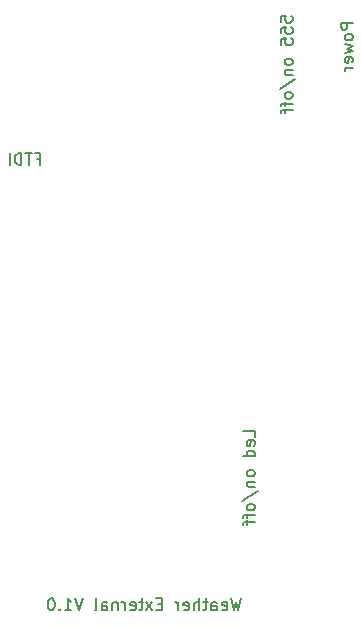
<source format=gbr>
%TF.GenerationSoftware,KiCad,Pcbnew,(5.1.6-0-10_14)*%
%TF.CreationDate,2020-10-03T22:08:30-04:00*%
%TF.ProjectId,weather_external,77656174-6865-4725-9f65-787465726e61,rev?*%
%TF.SameCoordinates,Original*%
%TF.FileFunction,Legend,Bot*%
%TF.FilePolarity,Positive*%
%FSLAX46Y46*%
G04 Gerber Fmt 4.6, Leading zero omitted, Abs format (unit mm)*
G04 Created by KiCad (PCBNEW (5.1.6-0-10_14)) date 2020-10-03 22:08:30*
%MOMM*%
%LPD*%
G01*
G04 APERTURE LIST*
%ADD10C,0.150000*%
G04 APERTURE END LIST*
D10*
X157652380Y-95295238D02*
X157652380Y-94819047D01*
X156652380Y-94819047D01*
X157604761Y-96009523D02*
X157652380Y-95914285D01*
X157652380Y-95723809D01*
X157604761Y-95628571D01*
X157509523Y-95580952D01*
X157128571Y-95580952D01*
X157033333Y-95628571D01*
X156985714Y-95723809D01*
X156985714Y-95914285D01*
X157033333Y-96009523D01*
X157128571Y-96057142D01*
X157223809Y-96057142D01*
X157319047Y-95580952D01*
X157652380Y-96914285D02*
X156652380Y-96914285D01*
X157604761Y-96914285D02*
X157652380Y-96819047D01*
X157652380Y-96628571D01*
X157604761Y-96533333D01*
X157557142Y-96485714D01*
X157461904Y-96438095D01*
X157176190Y-96438095D01*
X157080952Y-96485714D01*
X157033333Y-96533333D01*
X156985714Y-96628571D01*
X156985714Y-96819047D01*
X157033333Y-96914285D01*
X157652380Y-98295238D02*
X157604761Y-98200000D01*
X157557142Y-98152380D01*
X157461904Y-98104761D01*
X157176190Y-98104761D01*
X157080952Y-98152380D01*
X157033333Y-98200000D01*
X156985714Y-98295238D01*
X156985714Y-98438095D01*
X157033333Y-98533333D01*
X157080952Y-98580952D01*
X157176190Y-98628571D01*
X157461904Y-98628571D01*
X157557142Y-98580952D01*
X157604761Y-98533333D01*
X157652380Y-98438095D01*
X157652380Y-98295238D01*
X156985714Y-99057142D02*
X157652380Y-99057142D01*
X157080952Y-99057142D02*
X157033333Y-99104761D01*
X156985714Y-99200000D01*
X156985714Y-99342857D01*
X157033333Y-99438095D01*
X157128571Y-99485714D01*
X157652380Y-99485714D01*
X156604761Y-100676190D02*
X157890476Y-99819047D01*
X157652380Y-101152380D02*
X157604761Y-101057142D01*
X157557142Y-101009523D01*
X157461904Y-100961904D01*
X157176190Y-100961904D01*
X157080952Y-101009523D01*
X157033333Y-101057142D01*
X156985714Y-101152380D01*
X156985714Y-101295238D01*
X157033333Y-101390476D01*
X157080952Y-101438095D01*
X157176190Y-101485714D01*
X157461904Y-101485714D01*
X157557142Y-101438095D01*
X157604761Y-101390476D01*
X157652380Y-101295238D01*
X157652380Y-101152380D01*
X156985714Y-101771428D02*
X156985714Y-102152380D01*
X157652380Y-101914285D02*
X156795238Y-101914285D01*
X156700000Y-101961904D01*
X156652380Y-102057142D01*
X156652380Y-102152380D01*
X156985714Y-102342857D02*
X156985714Y-102723809D01*
X157652380Y-102485714D02*
X156795238Y-102485714D01*
X156700000Y-102533333D01*
X156652380Y-102628571D01*
X156652380Y-102723809D01*
X139176190Y-71728571D02*
X139509523Y-71728571D01*
X139509523Y-72252380D02*
X139509523Y-71252380D01*
X139033333Y-71252380D01*
X138795238Y-71252380D02*
X138223809Y-71252380D01*
X138509523Y-72252380D02*
X138509523Y-71252380D01*
X137890476Y-72252380D02*
X137890476Y-71252380D01*
X137652380Y-71252380D01*
X137509523Y-71300000D01*
X137414285Y-71395238D01*
X137366666Y-71490476D01*
X137319047Y-71680952D01*
X137319047Y-71823809D01*
X137366666Y-72014285D01*
X137414285Y-72109523D01*
X137509523Y-72204761D01*
X137652380Y-72252380D01*
X137890476Y-72252380D01*
X136890476Y-72252380D02*
X136890476Y-71252380D01*
X165952380Y-60223809D02*
X164952380Y-60223809D01*
X164952380Y-60604761D01*
X165000000Y-60700000D01*
X165047619Y-60747619D01*
X165142857Y-60795238D01*
X165285714Y-60795238D01*
X165380952Y-60747619D01*
X165428571Y-60700000D01*
X165476190Y-60604761D01*
X165476190Y-60223809D01*
X165952380Y-61366666D02*
X165904761Y-61271428D01*
X165857142Y-61223809D01*
X165761904Y-61176190D01*
X165476190Y-61176190D01*
X165380952Y-61223809D01*
X165333333Y-61271428D01*
X165285714Y-61366666D01*
X165285714Y-61509523D01*
X165333333Y-61604761D01*
X165380952Y-61652380D01*
X165476190Y-61700000D01*
X165761904Y-61700000D01*
X165857142Y-61652380D01*
X165904761Y-61604761D01*
X165952380Y-61509523D01*
X165952380Y-61366666D01*
X165285714Y-62033333D02*
X165952380Y-62223809D01*
X165476190Y-62414285D01*
X165952380Y-62604761D01*
X165285714Y-62795238D01*
X165904761Y-63557142D02*
X165952380Y-63461904D01*
X165952380Y-63271428D01*
X165904761Y-63176190D01*
X165809523Y-63128571D01*
X165428571Y-63128571D01*
X165333333Y-63176190D01*
X165285714Y-63271428D01*
X165285714Y-63461904D01*
X165333333Y-63557142D01*
X165428571Y-63604761D01*
X165523809Y-63604761D01*
X165619047Y-63128571D01*
X165952380Y-64033333D02*
X165285714Y-64033333D01*
X165476190Y-64033333D02*
X165380952Y-64080952D01*
X165333333Y-64128571D01*
X165285714Y-64223809D01*
X165285714Y-64319047D01*
X159852380Y-60152380D02*
X159852380Y-59676190D01*
X160328571Y-59628571D01*
X160280952Y-59676190D01*
X160233333Y-59771428D01*
X160233333Y-60009523D01*
X160280952Y-60104761D01*
X160328571Y-60152380D01*
X160423809Y-60200000D01*
X160661904Y-60200000D01*
X160757142Y-60152380D01*
X160804761Y-60104761D01*
X160852380Y-60009523D01*
X160852380Y-59771428D01*
X160804761Y-59676190D01*
X160757142Y-59628571D01*
X159852380Y-61104761D02*
X159852380Y-60628571D01*
X160328571Y-60580952D01*
X160280952Y-60628571D01*
X160233333Y-60723809D01*
X160233333Y-60961904D01*
X160280952Y-61057142D01*
X160328571Y-61104761D01*
X160423809Y-61152380D01*
X160661904Y-61152380D01*
X160757142Y-61104761D01*
X160804761Y-61057142D01*
X160852380Y-60961904D01*
X160852380Y-60723809D01*
X160804761Y-60628571D01*
X160757142Y-60580952D01*
X159852380Y-62057142D02*
X159852380Y-61580952D01*
X160328571Y-61533333D01*
X160280952Y-61580952D01*
X160233333Y-61676190D01*
X160233333Y-61914285D01*
X160280952Y-62009523D01*
X160328571Y-62057142D01*
X160423809Y-62104761D01*
X160661904Y-62104761D01*
X160757142Y-62057142D01*
X160804761Y-62009523D01*
X160852380Y-61914285D01*
X160852380Y-61676190D01*
X160804761Y-61580952D01*
X160757142Y-61533333D01*
X160852380Y-63438095D02*
X160804761Y-63342857D01*
X160757142Y-63295238D01*
X160661904Y-63247619D01*
X160376190Y-63247619D01*
X160280952Y-63295238D01*
X160233333Y-63342857D01*
X160185714Y-63438095D01*
X160185714Y-63580952D01*
X160233333Y-63676190D01*
X160280952Y-63723809D01*
X160376190Y-63771428D01*
X160661904Y-63771428D01*
X160757142Y-63723809D01*
X160804761Y-63676190D01*
X160852380Y-63580952D01*
X160852380Y-63438095D01*
X160185714Y-64200000D02*
X160852380Y-64200000D01*
X160280952Y-64200000D02*
X160233333Y-64247619D01*
X160185714Y-64342857D01*
X160185714Y-64485714D01*
X160233333Y-64580952D01*
X160328571Y-64628571D01*
X160852380Y-64628571D01*
X159804761Y-65819047D02*
X161090476Y-64961904D01*
X160852380Y-66295238D02*
X160804761Y-66200000D01*
X160757142Y-66152380D01*
X160661904Y-66104761D01*
X160376190Y-66104761D01*
X160280952Y-66152380D01*
X160233333Y-66200000D01*
X160185714Y-66295238D01*
X160185714Y-66438095D01*
X160233333Y-66533333D01*
X160280952Y-66580952D01*
X160376190Y-66628571D01*
X160661904Y-66628571D01*
X160757142Y-66580952D01*
X160804761Y-66533333D01*
X160852380Y-66438095D01*
X160852380Y-66295238D01*
X160185714Y-66914285D02*
X160185714Y-67295238D01*
X160852380Y-67057142D02*
X159995238Y-67057142D01*
X159900000Y-67104761D01*
X159852380Y-67200000D01*
X159852380Y-67295238D01*
X160185714Y-67485714D02*
X160185714Y-67866666D01*
X160852380Y-67628571D02*
X159995238Y-67628571D01*
X159900000Y-67676190D01*
X159852380Y-67771428D01*
X159852380Y-67866666D01*
X156514285Y-108952380D02*
X156276190Y-109952380D01*
X156085714Y-109238095D01*
X155895238Y-109952380D01*
X155657142Y-108952380D01*
X154895238Y-109904761D02*
X154990476Y-109952380D01*
X155180952Y-109952380D01*
X155276190Y-109904761D01*
X155323809Y-109809523D01*
X155323809Y-109428571D01*
X155276190Y-109333333D01*
X155180952Y-109285714D01*
X154990476Y-109285714D01*
X154895238Y-109333333D01*
X154847619Y-109428571D01*
X154847619Y-109523809D01*
X155323809Y-109619047D01*
X153990476Y-109952380D02*
X153990476Y-109428571D01*
X154038095Y-109333333D01*
X154133333Y-109285714D01*
X154323809Y-109285714D01*
X154419047Y-109333333D01*
X153990476Y-109904761D02*
X154085714Y-109952380D01*
X154323809Y-109952380D01*
X154419047Y-109904761D01*
X154466666Y-109809523D01*
X154466666Y-109714285D01*
X154419047Y-109619047D01*
X154323809Y-109571428D01*
X154085714Y-109571428D01*
X153990476Y-109523809D01*
X153657142Y-109285714D02*
X153276190Y-109285714D01*
X153514285Y-108952380D02*
X153514285Y-109809523D01*
X153466666Y-109904761D01*
X153371428Y-109952380D01*
X153276190Y-109952380D01*
X152942857Y-109952380D02*
X152942857Y-108952380D01*
X152514285Y-109952380D02*
X152514285Y-109428571D01*
X152561904Y-109333333D01*
X152657142Y-109285714D01*
X152800000Y-109285714D01*
X152895238Y-109333333D01*
X152942857Y-109380952D01*
X151657142Y-109904761D02*
X151752380Y-109952380D01*
X151942857Y-109952380D01*
X152038095Y-109904761D01*
X152085714Y-109809523D01*
X152085714Y-109428571D01*
X152038095Y-109333333D01*
X151942857Y-109285714D01*
X151752380Y-109285714D01*
X151657142Y-109333333D01*
X151609523Y-109428571D01*
X151609523Y-109523809D01*
X152085714Y-109619047D01*
X151180952Y-109952380D02*
X151180952Y-109285714D01*
X151180952Y-109476190D02*
X151133333Y-109380952D01*
X151085714Y-109333333D01*
X150990476Y-109285714D01*
X150895238Y-109285714D01*
X149800000Y-109428571D02*
X149466666Y-109428571D01*
X149323809Y-109952380D02*
X149800000Y-109952380D01*
X149800000Y-108952380D01*
X149323809Y-108952380D01*
X148990476Y-109952380D02*
X148466666Y-109285714D01*
X148990476Y-109285714D02*
X148466666Y-109952380D01*
X148228571Y-109285714D02*
X147847619Y-109285714D01*
X148085714Y-108952380D02*
X148085714Y-109809523D01*
X148038095Y-109904761D01*
X147942857Y-109952380D01*
X147847619Y-109952380D01*
X147133333Y-109904761D02*
X147228571Y-109952380D01*
X147419047Y-109952380D01*
X147514285Y-109904761D01*
X147561904Y-109809523D01*
X147561904Y-109428571D01*
X147514285Y-109333333D01*
X147419047Y-109285714D01*
X147228571Y-109285714D01*
X147133333Y-109333333D01*
X147085714Y-109428571D01*
X147085714Y-109523809D01*
X147561904Y-109619047D01*
X146657142Y-109952380D02*
X146657142Y-109285714D01*
X146657142Y-109476190D02*
X146609523Y-109380952D01*
X146561904Y-109333333D01*
X146466666Y-109285714D01*
X146371428Y-109285714D01*
X146038095Y-109285714D02*
X146038095Y-109952380D01*
X146038095Y-109380952D02*
X145990476Y-109333333D01*
X145895238Y-109285714D01*
X145752380Y-109285714D01*
X145657142Y-109333333D01*
X145609523Y-109428571D01*
X145609523Y-109952380D01*
X144704761Y-109952380D02*
X144704761Y-109428571D01*
X144752380Y-109333333D01*
X144847619Y-109285714D01*
X145038095Y-109285714D01*
X145133333Y-109333333D01*
X144704761Y-109904761D02*
X144800000Y-109952380D01*
X145038095Y-109952380D01*
X145133333Y-109904761D01*
X145180952Y-109809523D01*
X145180952Y-109714285D01*
X145133333Y-109619047D01*
X145038095Y-109571428D01*
X144800000Y-109571428D01*
X144704761Y-109523809D01*
X144085714Y-109952380D02*
X144180952Y-109904761D01*
X144228571Y-109809523D01*
X144228571Y-108952380D01*
X143085714Y-108952380D02*
X142752380Y-109952380D01*
X142419047Y-108952380D01*
X141561904Y-109952380D02*
X142133333Y-109952380D01*
X141847619Y-109952380D02*
X141847619Y-108952380D01*
X141942857Y-109095238D01*
X142038095Y-109190476D01*
X142133333Y-109238095D01*
X141133333Y-109857142D02*
X141085714Y-109904761D01*
X141133333Y-109952380D01*
X141180952Y-109904761D01*
X141133333Y-109857142D01*
X141133333Y-109952380D01*
X140466666Y-108952380D02*
X140371428Y-108952380D01*
X140276190Y-109000000D01*
X140228571Y-109047619D01*
X140180952Y-109142857D01*
X140133333Y-109333333D01*
X140133333Y-109571428D01*
X140180952Y-109761904D01*
X140228571Y-109857142D01*
X140276190Y-109904761D01*
X140371428Y-109952380D01*
X140466666Y-109952380D01*
X140561904Y-109904761D01*
X140609523Y-109857142D01*
X140657142Y-109761904D01*
X140704761Y-109571428D01*
X140704761Y-109333333D01*
X140657142Y-109142857D01*
X140609523Y-109047619D01*
X140561904Y-109000000D01*
X140466666Y-108952380D01*
M02*

</source>
